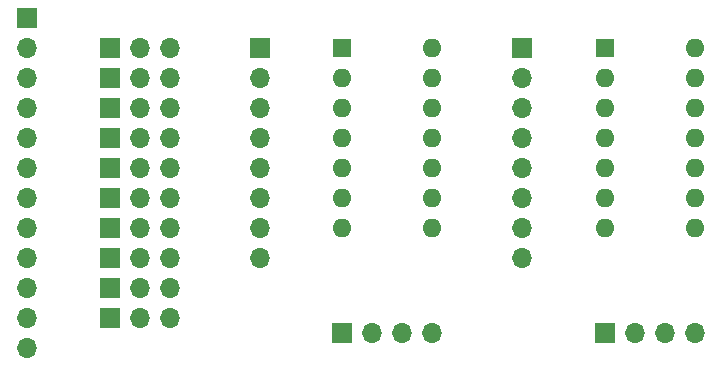
<source format=gbs>
G04 #@! TF.GenerationSoftware,KiCad,Pcbnew,6.0.1-79c1e3a40b~116~ubuntu21.04.1*
G04 #@! TF.CreationDate,2022-02-15T17:06:27-05:00*
G04 #@! TF.ProjectId,reset_modules,72657365-745f-46d6-9f64-756c65732e6b,rev?*
G04 #@! TF.SameCoordinates,Original*
G04 #@! TF.FileFunction,Soldermask,Bot*
G04 #@! TF.FilePolarity,Negative*
%FSLAX46Y46*%
G04 Gerber Fmt 4.6, Leading zero omitted, Abs format (unit mm)*
G04 Created by KiCad (PCBNEW 6.0.1-79c1e3a40b~116~ubuntu21.04.1) date 2022-02-15 17:06:27*
%MOMM*%
%LPD*%
G01*
G04 APERTURE LIST*
%ADD10R,1.700000X1.700000*%
%ADD11O,1.700000X1.700000*%
%ADD12R,1.600000X1.600000*%
%ADD13O,1.600000X1.600000*%
G04 APERTURE END LIST*
D10*
X112395000Y-85090000D03*
D11*
X112395000Y-87630000D03*
X112395000Y-90170000D03*
X112395000Y-92710000D03*
X112395000Y-95250000D03*
X112395000Y-97790000D03*
X112395000Y-100330000D03*
X112395000Y-102870000D03*
D10*
X90170000Y-85090000D03*
D11*
X90170000Y-87630000D03*
X90170000Y-90170000D03*
X90170000Y-92710000D03*
X90170000Y-95250000D03*
X90170000Y-97790000D03*
X90170000Y-100330000D03*
X90170000Y-102870000D03*
D10*
X97155000Y-109220000D03*
D11*
X99695000Y-109220000D03*
X102235000Y-109220000D03*
X104775000Y-109220000D03*
D10*
X119380000Y-109220000D03*
D11*
X121920000Y-109220000D03*
X124460000Y-109220000D03*
X127000000Y-109220000D03*
D10*
X77470000Y-85090000D03*
D11*
X80010000Y-85090000D03*
X82550000Y-85090000D03*
D10*
X77470000Y-87630000D03*
D11*
X80010000Y-87630000D03*
X82550000Y-87630000D03*
D10*
X77470000Y-90170000D03*
D11*
X80010000Y-90170000D03*
X82550000Y-90170000D03*
D10*
X77470000Y-92710000D03*
D11*
X80010000Y-92710000D03*
X82550000Y-92710000D03*
D10*
X77470000Y-95250000D03*
D11*
X80010000Y-95250000D03*
X82550000Y-95250000D03*
D10*
X77470000Y-97790000D03*
D11*
X80010000Y-97790000D03*
X82550000Y-97790000D03*
D10*
X70485000Y-82550000D03*
D11*
X70485000Y-85090000D03*
X70485000Y-87630000D03*
X70485000Y-90170000D03*
X70485000Y-92710000D03*
X70485000Y-95250000D03*
X70485000Y-97790000D03*
X70485000Y-100330000D03*
X70485000Y-102870000D03*
X70485000Y-105410000D03*
X70485000Y-107950000D03*
X70485000Y-110490000D03*
D10*
X77470000Y-100330000D03*
D11*
X80010000Y-100330000D03*
X82550000Y-100330000D03*
D10*
X77470000Y-102870000D03*
D11*
X80010000Y-102870000D03*
X82550000Y-102870000D03*
D10*
X77470000Y-105410000D03*
D11*
X80010000Y-105410000D03*
X82550000Y-105410000D03*
D10*
X77470000Y-107950000D03*
D11*
X80010000Y-107950000D03*
X82550000Y-107950000D03*
D12*
X119380000Y-85090000D03*
D13*
X119380000Y-87630000D03*
X119380000Y-90170000D03*
X119380000Y-92710000D03*
X119380000Y-95250000D03*
X119380000Y-97790000D03*
X119380000Y-100330000D03*
X127000000Y-100330000D03*
X127000000Y-97790000D03*
X127000000Y-95250000D03*
X127000000Y-92710000D03*
X127000000Y-90170000D03*
X127000000Y-87630000D03*
X127000000Y-85090000D03*
D12*
X97155000Y-85090000D03*
D13*
X97155000Y-87630000D03*
X97155000Y-90170000D03*
X97155000Y-92710000D03*
X97155000Y-95250000D03*
X97155000Y-97790000D03*
X97155000Y-100330000D03*
X104775000Y-100330000D03*
X104775000Y-97790000D03*
X104775000Y-95250000D03*
X104775000Y-92710000D03*
X104775000Y-90170000D03*
X104775000Y-87630000D03*
X104775000Y-85090000D03*
M02*

</source>
